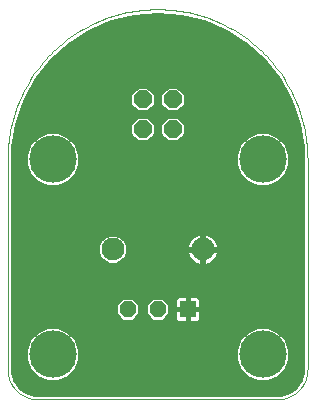
<source format=gtl>
G75*
%MOIN*%
%OFA0B0*%
%FSLAX25Y25*%
%IPPOS*%
%LPD*%
%AMOC8*
5,1,8,0,0,1.08239X$1,22.5*
%
%ADD10OC8,0.06000*%
%ADD11OC8,0.05600*%
%ADD12R,0.05600X0.05600*%
%ADD13C,0.00000*%
%ADD14C,0.15811*%
%ADD15C,0.07600*%
%ADD16C,0.01600*%
D10*
X0051800Y0114006D03*
X0051800Y0124006D03*
X0061800Y0124006D03*
X0061800Y0114006D03*
D11*
X0056800Y0054006D03*
X0046800Y0054006D03*
D12*
X0066800Y0054006D03*
D13*
X0096800Y0024006D02*
X0016800Y0024006D01*
X0016558Y0024009D01*
X0016317Y0024018D01*
X0016076Y0024032D01*
X0015835Y0024053D01*
X0015595Y0024079D01*
X0015355Y0024111D01*
X0015116Y0024149D01*
X0014879Y0024192D01*
X0014642Y0024242D01*
X0014407Y0024297D01*
X0014173Y0024357D01*
X0013941Y0024424D01*
X0013710Y0024495D01*
X0013481Y0024573D01*
X0013254Y0024656D01*
X0013029Y0024744D01*
X0012806Y0024838D01*
X0012586Y0024937D01*
X0012368Y0025042D01*
X0012153Y0025151D01*
X0011940Y0025266D01*
X0011730Y0025386D01*
X0011524Y0025511D01*
X0011320Y0025641D01*
X0011119Y0025776D01*
X0010922Y0025916D01*
X0010728Y0026060D01*
X0010538Y0026209D01*
X0010352Y0026363D01*
X0010169Y0026521D01*
X0009990Y0026683D01*
X0009815Y0026850D01*
X0009644Y0027021D01*
X0009477Y0027196D01*
X0009315Y0027375D01*
X0009157Y0027558D01*
X0009003Y0027744D01*
X0008854Y0027934D01*
X0008710Y0028128D01*
X0008570Y0028325D01*
X0008435Y0028526D01*
X0008305Y0028730D01*
X0008180Y0028936D01*
X0008060Y0029146D01*
X0007945Y0029359D01*
X0007836Y0029574D01*
X0007731Y0029792D01*
X0007632Y0030012D01*
X0007538Y0030235D01*
X0007450Y0030460D01*
X0007367Y0030687D01*
X0007289Y0030916D01*
X0007218Y0031147D01*
X0007151Y0031379D01*
X0007091Y0031613D01*
X0007036Y0031848D01*
X0006986Y0032085D01*
X0006943Y0032322D01*
X0006905Y0032561D01*
X0006873Y0032801D01*
X0006847Y0033041D01*
X0006826Y0033282D01*
X0006812Y0033523D01*
X0006803Y0033764D01*
X0006800Y0034006D01*
X0006800Y0104006D01*
X0006815Y0105224D01*
X0006859Y0106440D01*
X0006933Y0107656D01*
X0007037Y0108869D01*
X0007170Y0110079D01*
X0007333Y0111286D01*
X0007525Y0112488D01*
X0007746Y0113686D01*
X0007996Y0114878D01*
X0008275Y0116063D01*
X0008583Y0117241D01*
X0008920Y0118411D01*
X0009285Y0119573D01*
X0009678Y0120725D01*
X0010099Y0121868D01*
X0010548Y0122999D01*
X0011024Y0124120D01*
X0011528Y0125229D01*
X0012058Y0126325D01*
X0012615Y0127408D01*
X0013198Y0128477D01*
X0013806Y0129531D01*
X0014441Y0130571D01*
X0015100Y0131594D01*
X0015784Y0132602D01*
X0016493Y0133592D01*
X0017225Y0134565D01*
X0017981Y0135519D01*
X0018760Y0136455D01*
X0019561Y0137372D01*
X0020385Y0138269D01*
X0021230Y0139145D01*
X0022096Y0140001D01*
X0022983Y0140836D01*
X0023890Y0141648D01*
X0024816Y0142438D01*
X0025762Y0143206D01*
X0026725Y0143950D01*
X0027707Y0144670D01*
X0028706Y0145367D01*
X0029721Y0146039D01*
X0030753Y0146686D01*
X0031800Y0147307D01*
X0032862Y0147903D01*
X0033938Y0148473D01*
X0035027Y0149017D01*
X0036130Y0149533D01*
X0037245Y0150023D01*
X0038371Y0150486D01*
X0039508Y0150921D01*
X0040656Y0151328D01*
X0041813Y0151707D01*
X0042979Y0152058D01*
X0044153Y0152380D01*
X0045335Y0152674D01*
X0046524Y0152939D01*
X0047718Y0153174D01*
X0048918Y0153381D01*
X0050123Y0153558D01*
X0051331Y0153706D01*
X0052543Y0153824D01*
X0053758Y0153913D01*
X0054974Y0153973D01*
X0056191Y0154002D01*
X0057409Y0154002D01*
X0058626Y0153973D01*
X0059842Y0153913D01*
X0061057Y0153824D01*
X0062269Y0153706D01*
X0063477Y0153558D01*
X0064682Y0153381D01*
X0065882Y0153174D01*
X0067076Y0152939D01*
X0068265Y0152674D01*
X0069447Y0152380D01*
X0070621Y0152058D01*
X0071787Y0151707D01*
X0072944Y0151328D01*
X0074092Y0150921D01*
X0075229Y0150486D01*
X0076355Y0150023D01*
X0077470Y0149533D01*
X0078573Y0149017D01*
X0079662Y0148473D01*
X0080738Y0147903D01*
X0081800Y0147307D01*
X0082847Y0146686D01*
X0083879Y0146039D01*
X0084894Y0145367D01*
X0085893Y0144670D01*
X0086875Y0143950D01*
X0087838Y0143206D01*
X0088784Y0142438D01*
X0089710Y0141648D01*
X0090617Y0140836D01*
X0091504Y0140001D01*
X0092370Y0139145D01*
X0093215Y0138269D01*
X0094039Y0137372D01*
X0094840Y0136455D01*
X0095619Y0135519D01*
X0096375Y0134565D01*
X0097107Y0133592D01*
X0097816Y0132602D01*
X0098500Y0131594D01*
X0099159Y0130571D01*
X0099794Y0129531D01*
X0100402Y0128477D01*
X0100985Y0127408D01*
X0101542Y0126325D01*
X0102072Y0125229D01*
X0102576Y0124120D01*
X0103052Y0122999D01*
X0103501Y0121868D01*
X0103922Y0120725D01*
X0104315Y0119573D01*
X0104680Y0118411D01*
X0105017Y0117241D01*
X0105325Y0116063D01*
X0105604Y0114878D01*
X0105854Y0113686D01*
X0106075Y0112488D01*
X0106267Y0111286D01*
X0106430Y0110079D01*
X0106563Y0108869D01*
X0106667Y0107656D01*
X0106741Y0106440D01*
X0106785Y0105224D01*
X0106800Y0104006D01*
X0106800Y0034006D01*
X0106797Y0033764D01*
X0106788Y0033523D01*
X0106774Y0033282D01*
X0106753Y0033041D01*
X0106727Y0032801D01*
X0106695Y0032561D01*
X0106657Y0032322D01*
X0106614Y0032085D01*
X0106564Y0031848D01*
X0106509Y0031613D01*
X0106449Y0031379D01*
X0106382Y0031147D01*
X0106311Y0030916D01*
X0106233Y0030687D01*
X0106150Y0030460D01*
X0106062Y0030235D01*
X0105968Y0030012D01*
X0105869Y0029792D01*
X0105764Y0029574D01*
X0105655Y0029359D01*
X0105540Y0029146D01*
X0105420Y0028936D01*
X0105295Y0028730D01*
X0105165Y0028526D01*
X0105030Y0028325D01*
X0104890Y0028128D01*
X0104746Y0027934D01*
X0104597Y0027744D01*
X0104443Y0027558D01*
X0104285Y0027375D01*
X0104123Y0027196D01*
X0103956Y0027021D01*
X0103785Y0026850D01*
X0103610Y0026683D01*
X0103431Y0026521D01*
X0103248Y0026363D01*
X0103062Y0026209D01*
X0102872Y0026060D01*
X0102678Y0025916D01*
X0102481Y0025776D01*
X0102280Y0025641D01*
X0102076Y0025511D01*
X0101870Y0025386D01*
X0101660Y0025266D01*
X0101447Y0025151D01*
X0101232Y0025042D01*
X0101014Y0024937D01*
X0100794Y0024838D01*
X0100571Y0024744D01*
X0100346Y0024656D01*
X0100119Y0024573D01*
X0099890Y0024495D01*
X0099659Y0024424D01*
X0099427Y0024357D01*
X0099193Y0024297D01*
X0098958Y0024242D01*
X0098721Y0024192D01*
X0098484Y0024149D01*
X0098245Y0024111D01*
X0098005Y0024079D01*
X0097765Y0024053D01*
X0097524Y0024032D01*
X0097283Y0024018D01*
X0097042Y0024009D01*
X0096800Y0024006D01*
D14*
X0091800Y0039006D03*
X0091800Y0104006D03*
X0021800Y0104006D03*
X0021800Y0039006D03*
D15*
X0041800Y0074006D03*
X0071800Y0074006D03*
D16*
X0071886Y0074092D02*
X0077400Y0074092D01*
X0077400Y0074447D01*
X0077262Y0075317D01*
X0076990Y0076156D01*
X0076590Y0076941D01*
X0076071Y0077654D01*
X0075448Y0078277D01*
X0074735Y0078795D01*
X0073950Y0079196D01*
X0073111Y0079468D01*
X0072241Y0079606D01*
X0071886Y0079606D01*
X0071886Y0074092D01*
X0071714Y0074092D01*
X0071714Y0079606D01*
X0071359Y0079606D01*
X0070489Y0079468D01*
X0069650Y0079196D01*
X0068865Y0078795D01*
X0068152Y0078277D01*
X0067529Y0077654D01*
X0067010Y0076941D01*
X0066610Y0076156D01*
X0066338Y0075317D01*
X0066200Y0074447D01*
X0066200Y0074092D01*
X0071714Y0074092D01*
X0071714Y0073920D01*
X0066200Y0073920D01*
X0066200Y0073565D01*
X0066338Y0072695D01*
X0066610Y0071856D01*
X0067010Y0071071D01*
X0067529Y0070358D01*
X0068152Y0069734D01*
X0068865Y0069216D01*
X0069650Y0068816D01*
X0070489Y0068544D01*
X0071359Y0068406D01*
X0071714Y0068406D01*
X0071714Y0073920D01*
X0071886Y0073920D01*
X0071886Y0074092D01*
X0071886Y0073920D02*
X0077400Y0073920D01*
X0077400Y0073565D01*
X0077262Y0072695D01*
X0076990Y0071856D01*
X0076590Y0071071D01*
X0076071Y0070358D01*
X0075448Y0069734D01*
X0074735Y0069216D01*
X0073950Y0068816D01*
X0073111Y0068544D01*
X0072241Y0068406D01*
X0071886Y0068406D01*
X0071886Y0073920D01*
X0071886Y0073560D02*
X0071714Y0073560D01*
X0071714Y0075158D02*
X0071886Y0075158D01*
X0071886Y0076757D02*
X0071714Y0076757D01*
X0071714Y0078355D02*
X0071886Y0078355D01*
X0075341Y0078355D02*
X0105000Y0078355D01*
X0105000Y0076757D02*
X0076683Y0076757D01*
X0077287Y0075158D02*
X0105000Y0075158D01*
X0105000Y0073560D02*
X0077399Y0073560D01*
X0077024Y0071961D02*
X0105000Y0071961D01*
X0105000Y0070363D02*
X0076075Y0070363D01*
X0073790Y0068764D02*
X0105000Y0068764D01*
X0105000Y0067166D02*
X0008600Y0067166D01*
X0008600Y0068764D02*
X0069810Y0068764D01*
X0071714Y0068764D02*
X0071886Y0068764D01*
X0071886Y0070363D02*
X0071714Y0070363D01*
X0071714Y0071961D02*
X0071886Y0071961D01*
X0067525Y0070363D02*
X0045511Y0070363D01*
X0046208Y0071060D02*
X0047000Y0072972D01*
X0047000Y0075040D01*
X0046208Y0076951D01*
X0044746Y0078414D01*
X0042834Y0079206D01*
X0040766Y0079206D01*
X0038854Y0078414D01*
X0037392Y0076951D01*
X0036600Y0075040D01*
X0036600Y0072972D01*
X0037392Y0071060D01*
X0038854Y0069598D01*
X0040766Y0068806D01*
X0042834Y0068806D01*
X0044746Y0069598D01*
X0046208Y0071060D01*
X0046581Y0071961D02*
X0066576Y0071961D01*
X0066201Y0073560D02*
X0047000Y0073560D01*
X0046951Y0075158D02*
X0066313Y0075158D01*
X0066917Y0076757D02*
X0046289Y0076757D01*
X0044805Y0078355D02*
X0068259Y0078355D01*
X0066800Y0058606D02*
X0063763Y0058606D01*
X0063305Y0058483D01*
X0062895Y0058246D01*
X0062560Y0057911D01*
X0062323Y0057501D01*
X0062200Y0057043D01*
X0062200Y0054006D01*
X0066800Y0054006D01*
X0066800Y0054006D01*
X0066800Y0058606D01*
X0069837Y0058606D01*
X0070295Y0058483D01*
X0070705Y0058246D01*
X0071040Y0057911D01*
X0071277Y0057501D01*
X0071400Y0057043D01*
X0071400Y0054006D01*
X0066800Y0054006D01*
X0066800Y0058606D01*
X0066800Y0057575D02*
X0066800Y0057575D01*
X0066800Y0055976D02*
X0066800Y0055976D01*
X0066800Y0054378D02*
X0066800Y0054378D01*
X0066800Y0054006D02*
X0066800Y0054006D01*
X0066800Y0054006D01*
X0071400Y0054006D01*
X0071400Y0050969D01*
X0071277Y0050511D01*
X0071040Y0050101D01*
X0070705Y0049766D01*
X0070295Y0049529D01*
X0069837Y0049406D01*
X0066800Y0049406D01*
X0066800Y0054006D01*
X0062200Y0054006D01*
X0062200Y0050969D01*
X0062323Y0050511D01*
X0062560Y0050101D01*
X0062895Y0049766D01*
X0063305Y0049529D01*
X0063763Y0049406D01*
X0066800Y0049406D01*
X0066800Y0054006D01*
X0066800Y0054006D01*
X0066800Y0052779D02*
X0066800Y0052779D01*
X0066800Y0051181D02*
X0066800Y0051181D01*
X0066800Y0049582D02*
X0066800Y0049582D01*
X0070387Y0049582D02*
X0105000Y0049582D01*
X0105000Y0047984D02*
X0094442Y0047984D01*
X0093651Y0048311D02*
X0089949Y0048311D01*
X0086529Y0046895D01*
X0083911Y0044277D01*
X0082494Y0040857D01*
X0082494Y0037155D01*
X0083911Y0033735D01*
X0086529Y0031117D01*
X0089949Y0029700D01*
X0093651Y0029700D01*
X0097071Y0031117D01*
X0099689Y0033735D01*
X0101105Y0037155D01*
X0101105Y0040857D01*
X0099689Y0044277D01*
X0097071Y0046895D01*
X0093651Y0048311D01*
X0097581Y0046385D02*
X0105000Y0046385D01*
X0105000Y0044787D02*
X0099179Y0044787D01*
X0100140Y0043188D02*
X0105000Y0043188D01*
X0105000Y0041590D02*
X0100802Y0041590D01*
X0101105Y0039991D02*
X0105000Y0039991D01*
X0105000Y0038393D02*
X0101105Y0038393D01*
X0100956Y0036794D02*
X0105000Y0036794D01*
X0105000Y0035195D02*
X0100294Y0035195D01*
X0099551Y0033597D02*
X0104968Y0033597D01*
X0105000Y0034006D02*
X0104899Y0032723D01*
X0104106Y0030283D01*
X0102598Y0028208D01*
X0100523Y0026700D01*
X0098083Y0025907D01*
X0096800Y0025806D01*
X0016800Y0025806D01*
X0015517Y0025907D01*
X0013077Y0026700D01*
X0011002Y0028208D01*
X0009494Y0030283D01*
X0008701Y0032723D01*
X0008600Y0034006D01*
X0008600Y0104006D01*
X0008765Y0107986D01*
X0010075Y0115838D01*
X0012660Y0123368D01*
X0016449Y0130369D01*
X0021338Y0136651D01*
X0027195Y0142042D01*
X0033859Y0146397D01*
X0041149Y0149594D01*
X0048867Y0151549D01*
X0056800Y0152206D01*
X0064733Y0151549D01*
X0072451Y0149594D01*
X0079741Y0146397D01*
X0086405Y0142042D01*
X0092262Y0136651D01*
X0097151Y0130369D01*
X0100940Y0123368D01*
X0103525Y0115838D01*
X0104835Y0107986D01*
X0105000Y0104006D01*
X0105000Y0034006D01*
X0104664Y0031998D02*
X0097953Y0031998D01*
X0095340Y0030400D02*
X0104144Y0030400D01*
X0103030Y0028801D02*
X0010570Y0028801D01*
X0009456Y0030400D02*
X0018260Y0030400D01*
X0019949Y0029700D02*
X0023651Y0029700D01*
X0027071Y0031117D01*
X0029689Y0033735D01*
X0031105Y0037155D01*
X0031105Y0040857D01*
X0029689Y0044277D01*
X0027071Y0046895D01*
X0023651Y0048311D01*
X0019949Y0048311D01*
X0016529Y0046895D01*
X0013911Y0044277D01*
X0012494Y0040857D01*
X0012494Y0037155D01*
X0013911Y0033735D01*
X0016529Y0031117D01*
X0019949Y0029700D01*
X0015647Y0031998D02*
X0008936Y0031998D01*
X0008632Y0033597D02*
X0014049Y0033597D01*
X0013306Y0035195D02*
X0008600Y0035195D01*
X0008600Y0036794D02*
X0012644Y0036794D01*
X0012494Y0038393D02*
X0008600Y0038393D01*
X0008600Y0039991D02*
X0012494Y0039991D01*
X0012798Y0041590D02*
X0008600Y0041590D01*
X0008600Y0043188D02*
X0013460Y0043188D01*
X0014421Y0044787D02*
X0008600Y0044787D01*
X0008600Y0046385D02*
X0016019Y0046385D01*
X0019158Y0047984D02*
X0008600Y0047984D01*
X0008600Y0049582D02*
X0063213Y0049582D01*
X0062200Y0051181D02*
X0059914Y0051181D01*
X0061000Y0052266D02*
X0058540Y0049806D01*
X0055060Y0049806D01*
X0052600Y0052266D01*
X0052600Y0055746D01*
X0055060Y0058206D01*
X0058540Y0058206D01*
X0061000Y0055746D01*
X0061000Y0052266D01*
X0061000Y0052779D02*
X0062200Y0052779D01*
X0062200Y0054378D02*
X0061000Y0054378D01*
X0060769Y0055976D02*
X0062200Y0055976D01*
X0062365Y0057575D02*
X0059171Y0057575D01*
X0054429Y0057575D02*
X0049171Y0057575D01*
X0048540Y0058206D02*
X0045060Y0058206D01*
X0042600Y0055746D01*
X0042600Y0052266D01*
X0045060Y0049806D01*
X0048540Y0049806D01*
X0051000Y0052266D01*
X0051000Y0055746D01*
X0048540Y0058206D01*
X0050769Y0055976D02*
X0052831Y0055976D01*
X0052600Y0054378D02*
X0051000Y0054378D01*
X0051000Y0052779D02*
X0052600Y0052779D01*
X0053686Y0051181D02*
X0049914Y0051181D01*
X0044429Y0057575D02*
X0008600Y0057575D01*
X0008600Y0059173D02*
X0105000Y0059173D01*
X0105000Y0057575D02*
X0071235Y0057575D01*
X0071400Y0055976D02*
X0105000Y0055976D01*
X0105000Y0054378D02*
X0071400Y0054378D01*
X0071400Y0052779D02*
X0105000Y0052779D01*
X0105000Y0051181D02*
X0071400Y0051181D01*
X0082798Y0041590D02*
X0030802Y0041590D01*
X0031105Y0039991D02*
X0082494Y0039991D01*
X0082494Y0038393D02*
X0031105Y0038393D01*
X0030956Y0036794D02*
X0082644Y0036794D01*
X0083306Y0035195D02*
X0030294Y0035195D01*
X0029551Y0033597D02*
X0084049Y0033597D01*
X0085647Y0031998D02*
X0027953Y0031998D01*
X0025340Y0030400D02*
X0088260Y0030400D01*
X0083460Y0043188D02*
X0030140Y0043188D01*
X0029179Y0044787D02*
X0084421Y0044787D01*
X0086019Y0046385D02*
X0027581Y0046385D01*
X0024442Y0047984D02*
X0089158Y0047984D01*
X0101215Y0027203D02*
X0012385Y0027203D01*
X0008600Y0051181D02*
X0043686Y0051181D01*
X0042600Y0052779D02*
X0008600Y0052779D01*
X0008600Y0054378D02*
X0042600Y0054378D01*
X0042831Y0055976D02*
X0008600Y0055976D01*
X0008600Y0060772D02*
X0105000Y0060772D01*
X0105000Y0062370D02*
X0008600Y0062370D01*
X0008600Y0063969D02*
X0105000Y0063969D01*
X0105000Y0065567D02*
X0008600Y0065567D01*
X0008600Y0070363D02*
X0038089Y0070363D01*
X0037018Y0071961D02*
X0008600Y0071961D01*
X0008600Y0073560D02*
X0036600Y0073560D01*
X0036649Y0075158D02*
X0008600Y0075158D01*
X0008600Y0076757D02*
X0037311Y0076757D01*
X0038795Y0078355D02*
X0008600Y0078355D01*
X0008600Y0079954D02*
X0105000Y0079954D01*
X0105000Y0081552D02*
X0008600Y0081552D01*
X0008600Y0083151D02*
X0105000Y0083151D01*
X0105000Y0084749D02*
X0008600Y0084749D01*
X0008600Y0086348D02*
X0105000Y0086348D01*
X0105000Y0087946D02*
X0008600Y0087946D01*
X0008600Y0089545D02*
X0105000Y0089545D01*
X0105000Y0091143D02*
X0008600Y0091143D01*
X0008600Y0092742D02*
X0105000Y0092742D01*
X0105000Y0094340D02*
X0008600Y0094340D01*
X0008600Y0095939D02*
X0016959Y0095939D01*
X0016529Y0096117D02*
X0019949Y0094700D01*
X0023651Y0094700D01*
X0027071Y0096117D01*
X0029689Y0098735D01*
X0031105Y0102155D01*
X0031105Y0105857D01*
X0029689Y0109277D01*
X0027071Y0111895D01*
X0023651Y0113311D01*
X0019949Y0113311D01*
X0016529Y0111895D01*
X0013911Y0109277D01*
X0012494Y0105857D01*
X0012494Y0102155D01*
X0013911Y0098735D01*
X0016529Y0096117D01*
X0015109Y0097537D02*
X0008600Y0097537D01*
X0008600Y0099136D02*
X0013745Y0099136D01*
X0013083Y0100734D02*
X0008600Y0100734D01*
X0008600Y0102333D02*
X0012494Y0102333D01*
X0012494Y0103931D02*
X0008600Y0103931D01*
X0008663Y0105530D02*
X0012494Y0105530D01*
X0013021Y0107128D02*
X0008729Y0107128D01*
X0008888Y0108727D02*
X0013683Y0108727D01*
X0014960Y0110326D02*
X0009155Y0110326D01*
X0009422Y0111924D02*
X0016600Y0111924D01*
X0010377Y0116720D02*
X0048291Y0116720D01*
X0047400Y0115828D02*
X0049977Y0118406D01*
X0053623Y0118406D01*
X0056200Y0115828D01*
X0056200Y0112183D01*
X0053623Y0109606D01*
X0049977Y0109606D01*
X0047400Y0112183D01*
X0047400Y0115828D01*
X0047400Y0115121D02*
X0009955Y0115121D01*
X0009688Y0113523D02*
X0047400Y0113523D01*
X0047659Y0111924D02*
X0027000Y0111924D01*
X0028640Y0110326D02*
X0049258Y0110326D01*
X0054342Y0110326D02*
X0059258Y0110326D01*
X0059977Y0109606D02*
X0063623Y0109606D01*
X0066200Y0112183D01*
X0066200Y0115828D01*
X0063623Y0118406D01*
X0059977Y0118406D01*
X0057400Y0115828D01*
X0057400Y0112183D01*
X0059977Y0109606D01*
X0057659Y0111924D02*
X0055941Y0111924D01*
X0056200Y0113523D02*
X0057400Y0113523D01*
X0057400Y0115121D02*
X0056200Y0115121D01*
X0055309Y0116720D02*
X0058291Y0116720D01*
X0059890Y0118318D02*
X0053710Y0118318D01*
X0053623Y0119606D02*
X0056200Y0122183D01*
X0056200Y0125828D01*
X0053623Y0128406D01*
X0049977Y0128406D01*
X0047400Y0125828D01*
X0047400Y0122183D01*
X0049977Y0119606D01*
X0053623Y0119606D01*
X0053933Y0119917D02*
X0059667Y0119917D01*
X0059977Y0119606D02*
X0063623Y0119606D01*
X0066200Y0122183D01*
X0066200Y0125828D01*
X0063623Y0128406D01*
X0059977Y0128406D01*
X0057400Y0125828D01*
X0057400Y0122183D01*
X0059977Y0119606D01*
X0058068Y0121515D02*
X0055532Y0121515D01*
X0056200Y0123114D02*
X0057400Y0123114D01*
X0057400Y0124712D02*
X0056200Y0124712D01*
X0055718Y0126311D02*
X0057882Y0126311D01*
X0059481Y0127909D02*
X0054119Y0127909D01*
X0049481Y0127909D02*
X0015117Y0127909D01*
X0014252Y0126311D02*
X0047882Y0126311D01*
X0047400Y0124712D02*
X0013387Y0124712D01*
X0012573Y0123114D02*
X0047400Y0123114D01*
X0048068Y0121515D02*
X0012024Y0121515D01*
X0011475Y0119917D02*
X0049667Y0119917D01*
X0049890Y0118318D02*
X0010926Y0118318D01*
X0015983Y0129508D02*
X0097617Y0129508D01*
X0098483Y0127909D02*
X0064119Y0127909D01*
X0065718Y0126311D02*
X0099348Y0126311D01*
X0100213Y0124712D02*
X0066200Y0124712D01*
X0066200Y0123114D02*
X0101027Y0123114D01*
X0101576Y0121515D02*
X0065532Y0121515D01*
X0063933Y0119917D02*
X0102125Y0119917D01*
X0102674Y0118318D02*
X0063710Y0118318D01*
X0065309Y0116720D02*
X0103223Y0116720D01*
X0103645Y0115121D02*
X0066200Y0115121D01*
X0066200Y0113523D02*
X0103912Y0113523D01*
X0104178Y0111924D02*
X0097000Y0111924D01*
X0097071Y0111895D02*
X0093651Y0113311D01*
X0089949Y0113311D01*
X0086529Y0111895D01*
X0083911Y0109277D01*
X0082494Y0105857D01*
X0082494Y0102155D01*
X0083911Y0098735D01*
X0086529Y0096117D01*
X0089949Y0094700D01*
X0093651Y0094700D01*
X0097071Y0096117D01*
X0099689Y0098735D01*
X0101105Y0102155D01*
X0101105Y0105857D01*
X0099689Y0109277D01*
X0097071Y0111895D01*
X0098640Y0110326D02*
X0104445Y0110326D01*
X0104712Y0108727D02*
X0099917Y0108727D01*
X0100579Y0107128D02*
X0104871Y0107128D01*
X0104937Y0105530D02*
X0101105Y0105530D01*
X0101105Y0103931D02*
X0105000Y0103931D01*
X0105000Y0102333D02*
X0101105Y0102333D01*
X0100517Y0100734D02*
X0105000Y0100734D01*
X0105000Y0099136D02*
X0099855Y0099136D01*
X0098491Y0097537D02*
X0105000Y0097537D01*
X0105000Y0095939D02*
X0096641Y0095939D01*
X0086959Y0095939D02*
X0026641Y0095939D01*
X0028491Y0097537D02*
X0085109Y0097537D01*
X0083745Y0099136D02*
X0029855Y0099136D01*
X0030517Y0100734D02*
X0083083Y0100734D01*
X0082494Y0102333D02*
X0031105Y0102333D01*
X0031105Y0103931D02*
X0082494Y0103931D01*
X0082494Y0105530D02*
X0031105Y0105530D01*
X0030579Y0107128D02*
X0083021Y0107128D01*
X0083683Y0108727D02*
X0029917Y0108727D01*
X0017022Y0131106D02*
X0096578Y0131106D01*
X0095333Y0132705D02*
X0018267Y0132705D01*
X0019511Y0134303D02*
X0094089Y0134303D01*
X0092845Y0135902D02*
X0020755Y0135902D01*
X0022261Y0137500D02*
X0091339Y0137500D01*
X0089603Y0139099D02*
X0023997Y0139099D01*
X0025734Y0140697D02*
X0087866Y0140697D01*
X0086017Y0142296D02*
X0027583Y0142296D01*
X0030029Y0143894D02*
X0083571Y0143894D01*
X0081124Y0145493D02*
X0032476Y0145493D01*
X0035443Y0147091D02*
X0078157Y0147091D01*
X0074513Y0148690D02*
X0039087Y0148690D01*
X0043890Y0150288D02*
X0069710Y0150288D01*
X0060651Y0151887D02*
X0052949Y0151887D01*
X0065941Y0111924D02*
X0086600Y0111924D01*
X0084960Y0110326D02*
X0064342Y0110326D01*
M02*

</source>
